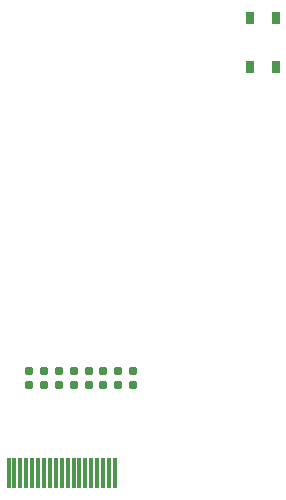
<source format=gbr>
%TF.GenerationSoftware,KiCad,Pcbnew,(6.0.0-0)*%
%TF.CreationDate,2022-10-23T16:11:07-04:00*%
%TF.ProjectId,HDMI_PICO,48444d49-5f50-4494-934f-2e6b69636164,rev?*%
%TF.SameCoordinates,Original*%
%TF.FileFunction,Paste,Top*%
%TF.FilePolarity,Positive*%
%FSLAX46Y46*%
G04 Gerber Fmt 4.6, Leading zero omitted, Abs format (unit mm)*
G04 Created by KiCad (PCBNEW (6.0.0-0)) date 2022-10-23 16:11:07*
%MOMM*%
%LPD*%
G01*
G04 APERTURE LIST*
G04 Aperture macros list*
%AMRoundRect*
0 Rectangle with rounded corners*
0 $1 Rounding radius*
0 $2 $3 $4 $5 $6 $7 $8 $9 X,Y pos of 4 corners*
0 Add a 4 corners polygon primitive as box body*
4,1,4,$2,$3,$4,$5,$6,$7,$8,$9,$2,$3,0*
0 Add four circle primitives for the rounded corners*
1,1,$1+$1,$2,$3*
1,1,$1+$1,$4,$5*
1,1,$1+$1,$6,$7*
1,1,$1+$1,$8,$9*
0 Add four rect primitives between the rounded corners*
20,1,$1+$1,$2,$3,$4,$5,0*
20,1,$1+$1,$4,$5,$6,$7,0*
20,1,$1+$1,$6,$7,$8,$9,0*
20,1,$1+$1,$8,$9,$2,$3,0*%
G04 Aperture macros list end*
%ADD10RoundRect,0.160000X-0.160000X0.197500X-0.160000X-0.197500X0.160000X-0.197500X0.160000X0.197500X0*%
%ADD11R,0.300000X2.600000*%
%ADD12R,0.650000X1.050000*%
G04 APERTURE END LIST*
D10*
%TO.C,R7*%
X182735714Y-118202500D03*
X182735714Y-119397500D03*
%TD*%
%TO.C,R2*%
X189039284Y-118202500D03*
X189039284Y-119397500D03*
%TD*%
%TO.C,R1*%
X190300000Y-118202500D03*
X190300000Y-119397500D03*
%TD*%
%TO.C,R4*%
X186517856Y-118202500D03*
X186517856Y-119397500D03*
%TD*%
%TO.C,R8*%
X181475000Y-118202500D03*
X181475000Y-119397500D03*
%TD*%
%TO.C,R6*%
X183996428Y-118202500D03*
X183996428Y-119397500D03*
%TD*%
D11*
%TO.C,J1*%
X188750000Y-126838250D03*
X188250000Y-126838250D03*
X187750000Y-126838250D03*
X187250000Y-126838250D03*
X186750000Y-126838250D03*
X186250000Y-126838250D03*
X185750000Y-126838250D03*
X185250000Y-126838250D03*
X184750000Y-126838250D03*
X184250000Y-126838250D03*
X183750000Y-126838250D03*
X183250000Y-126838250D03*
X182750000Y-126838250D03*
X182250000Y-126838250D03*
X181750000Y-126838250D03*
X181250000Y-126838250D03*
X180750000Y-126838250D03*
X180250000Y-126838250D03*
X179750000Y-126838250D03*
%TD*%
D10*
%TO.C,R5*%
X185257142Y-118202500D03*
X185257142Y-119397500D03*
%TD*%
%TO.C,R3*%
X187778570Y-119397500D03*
X187778570Y-118202500D03*
%TD*%
D12*
%TO.C,SW1*%
X200200000Y-92500000D03*
X200200000Y-88350000D03*
X202350000Y-92500000D03*
X202350000Y-88350000D03*
%TD*%
M02*

</source>
